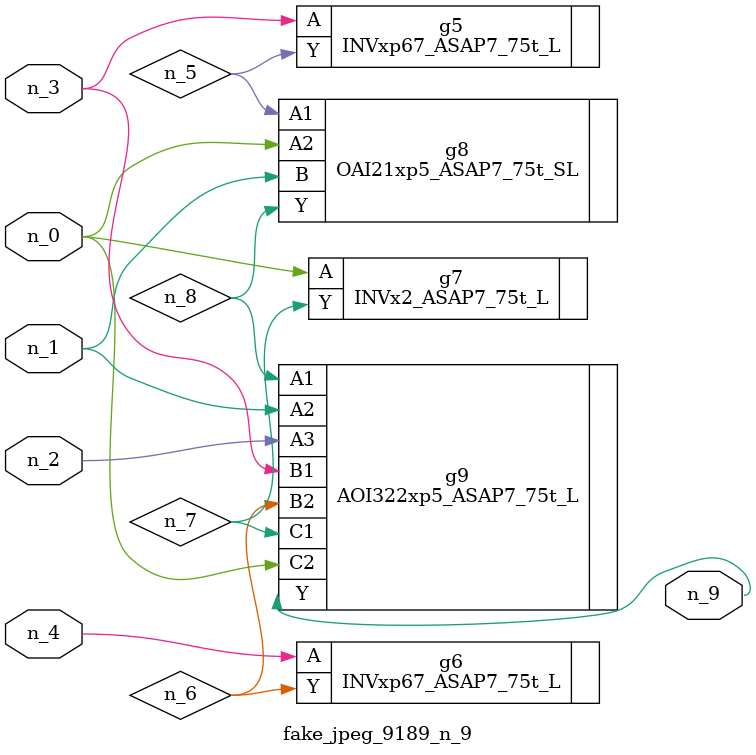
<source format=v>
module fake_jpeg_9189_n_9 (n_3, n_2, n_1, n_0, n_4, n_9);

input n_3;
input n_2;
input n_1;
input n_0;
input n_4;

output n_9;

wire n_8;
wire n_6;
wire n_5;
wire n_7;

INVxp67_ASAP7_75t_L g5 ( 
.A(n_3),
.Y(n_5)
);

INVxp67_ASAP7_75t_L g6 ( 
.A(n_4),
.Y(n_6)
);

INVx2_ASAP7_75t_L g7 ( 
.A(n_0),
.Y(n_7)
);

OAI21xp5_ASAP7_75t_SL g8 ( 
.A1(n_5),
.A2(n_0),
.B(n_1),
.Y(n_8)
);

AOI322xp5_ASAP7_75t_L g9 ( 
.A1(n_8),
.A2(n_1),
.A3(n_2),
.B1(n_3),
.B2(n_6),
.C1(n_7),
.C2(n_0),
.Y(n_9)
);


endmodule
</source>
